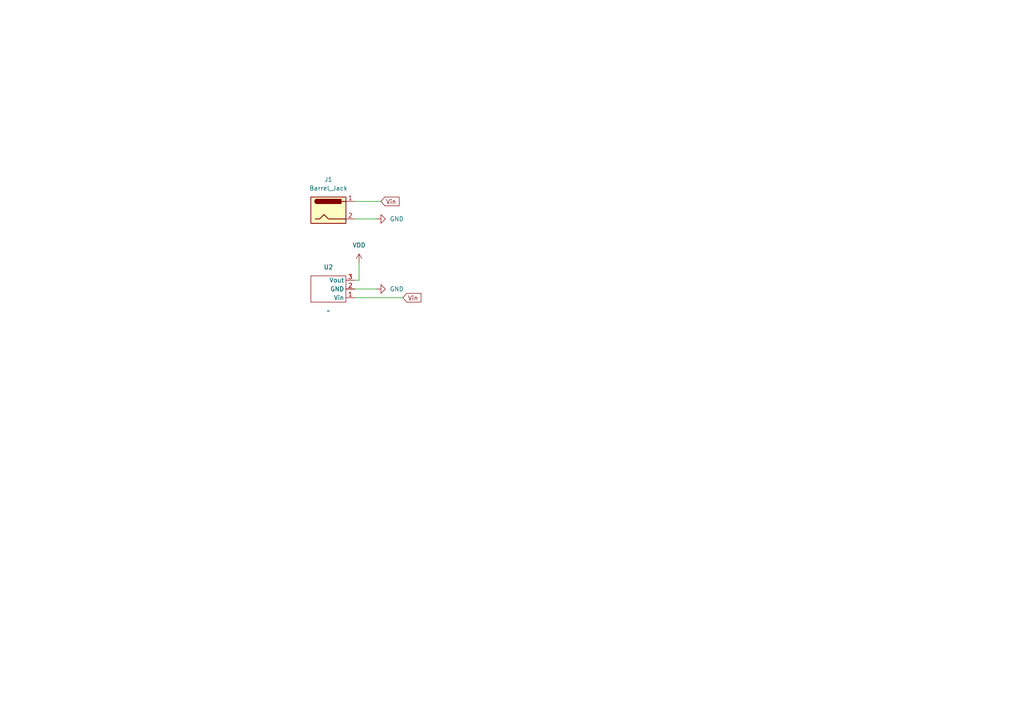
<source format=kicad_sch>
(kicad_sch (version 20230121) (generator eeschema)
  (paper "A4")
  (lib_symbols
    (symbol "Connector:Barrel_Jack" (pin_names (offset 1.016))
      (property "Reference" "J" (at 0 5.334 0))
      (property "Value" "Barrel_Jack" (at 0 -5.08 0))
      (symbol "Barrel_Jack_0_1"
        (rectangle (start -5.08 3.81) (end 5.08 -3.81) (stroke (width 0.254)) (fill (type background)))
        (arc (start -3.302 3.175) (mid -3.9343 2.54) (end -3.302 1.905) (stroke (width 0.254)))
        (arc (start -3.302 3.175) (mid -3.9343 2.54) (end -3.302 1.905) (stroke (width 0.254)) (fill (type outline)))
        (polyline (pts (xy 5.08 2.54) (xy 3.81 2.54)) (stroke (width 0.254)))
        (polyline (pts (xy -3.81 -2.54) (xy -2.54 -2.54) (xy -1.27 -1.27) (xy 0 -2.54) (xy 2.54 -2.54) (xy 5.08 -2.54)) (stroke (width 0.254)))
        (rectangle (start 3.683 3.175) (end -3.302 1.905) (stroke (width 0.254)) (fill (type outline)))
      )
      (symbol "Barrel_Jack_1_1"
        (pin passive line (at 7.62 2.54 180) (length 2.54) (name "~") (number "1"))
        (pin passive line (at 7.62 -2.54 180) (length 2.54) (name "~") (number "2"))
      )
    )
    (symbol "NoahLibrary:SPX2945U-L-3-3"
      (property "Reference" "U" (at 5.08 5.08 0))
      (symbol "SPX2945U-L-3-3_0_0"
        (pin power_in line (at -2.54 2.54 0) (length 2.54) (name "Vin") (number "1"))
        (pin power_in line (at -2.54 0 0) (length 2.54) (name "GND") (number "2"))
        (pin power_out line (at -2.54 -2.54 0) (length 2.54) (name "Vout") (number "3"))
      )
      (symbol "SPX2945U-L-3-3_0_1"
        (rectangle (start 0 3.81) (end 10.16 -3.81))
      )
    )
    (symbol "power:GND" (power) (pin_names (offset 0))
      (property "Value" "GND" (at 0 -3.81 0))
      (symbol "GND_0_1"
        (polyline (pts (xy 0 0) (xy 0 -1.27) (xy 1.27 -1.27) (xy 0 -2.54) (xy -1.27 -1.27) (xy 0 -1.27)))
      )
      (symbol "GND_1_1"
        (pin power_in line (at 0 0 270) (length 0) hide (name "GND") (number "1"))
      )
    )
    (symbol "power:VDD" (power) (pin_names (offset 0))
      (property "Value" "VDD" (at 0 3.81 0))
      (symbol "VDD_0_1"
        (polyline (pts (xy -0.762 1.27) (xy 0 2.54)))
        (polyline (pts (xy 0 0) (xy 0 2.54)))
        (polyline (pts (xy 0 2.54) (xy 0.762 1.27)))
      )
      (symbol "VDD_1_1"
        (pin power_in line (at 0 0 90) (length 0) hide (name "VDD") (number "1"))
      )
    )
  )
  (wire (pts (xy 104.14 76.2) (xy 104.14 81.28)))
  (wire (pts (xy 102.87 58.42) (xy 110.49 58.42)))
  (wire (pts (xy 102.87 63.5) (xy 109.22 63.5)))
  (wire (pts (xy 102.87 81.28) (xy 104.14 81.28)))
  (wire (pts (xy 102.87 86.36) (xy 116.84 86.36)))
  (wire (pts (xy 102.87 83.82) (xy 109.22 83.82)))
  (global_label "Vin" (shape input) (at 116.84 86.36 0) (property "Intersheetrefs" "${INTERSHEET_REFS}" (effects hide)))
  (global_label "Vin" (shape input) (at 110.49 58.42 0) (property "Intersheetrefs" "${INTERSHEET_REFS}" (effects hide)))
  (symbol (lib_id "NoahLibrary:SPX2945U-L-3-3") (at 100.33 83.82 180) (unit 1)
    (property "Reference" "U2" (at 95.25 77.47 0))
    (property "Value" "~" (at 95.25 90.17 0))
    (property "Footprint" "Package_TO_SOT_SMD:SOT-223" (effects hide))
    (property "Datasheet" "https://www.mouser.com/datasheet/2/146/spx2945-1889081.pdf" (effects hide))
    (property "Link To Purchase" "https://www.mouser.com/ProductDetail/MaxLinear/SPX2945M3-L-3-3-TR?qs=S%2FCBhQS5rCpGWUvcXEUQyA%3D%3D" (effects hide))
    (property "Part Number" "SPX2945M3-L-3-3/TR" (effects hide))
  )
  (symbol (lib_id "power:VDD") (at 104.14 76.2 0) (unit 1)
    (property "Reference" "#PWR025" (effects hide))
    (property "Value" "VDD" (at 104.14 71.12 0))
  )
  (symbol (lib_id "power:GND") (at 109.22 63.5 90) (unit 1)
    (property "Reference" "#PWR027" (effects hide))
    (property "Value" "GND" (at 113.03 63.5 90) (effects (justify right)))
  )
  (symbol (lib_id "Connector:Barrel_Jack") (at 95.25 60.96 0) (unit 1)
    (property "Reference" "J1" (at 95.25 52.07 0))
    (property "Value" "Barrel_Jack" (at 95.25 54.61 0))
    (property "Footprint" "Connector_BarrelJack:BarrelJack_Horizontal" (effects hide))
    (property "Part Number" "CON-SOCJ-2155" (effects hide))
    (property "Link To Purchase" "https://www.mouser.com/ProductDetail/Gravitech/CON-SOCJ-2155?qs=fkzBJ5HM%252BdCcpvFQyQZHtA%3D%3D" (effects hide))
  )
  (symbol (lib_id "power:GND") (at 109.22 83.82 90) (unit 1)
    (property "Reference" "#PWR026" (effects hide))
    (property "Value" "GND" (at 113.03 83.82 90) (effects (justify right)))
  )
)
</source>
